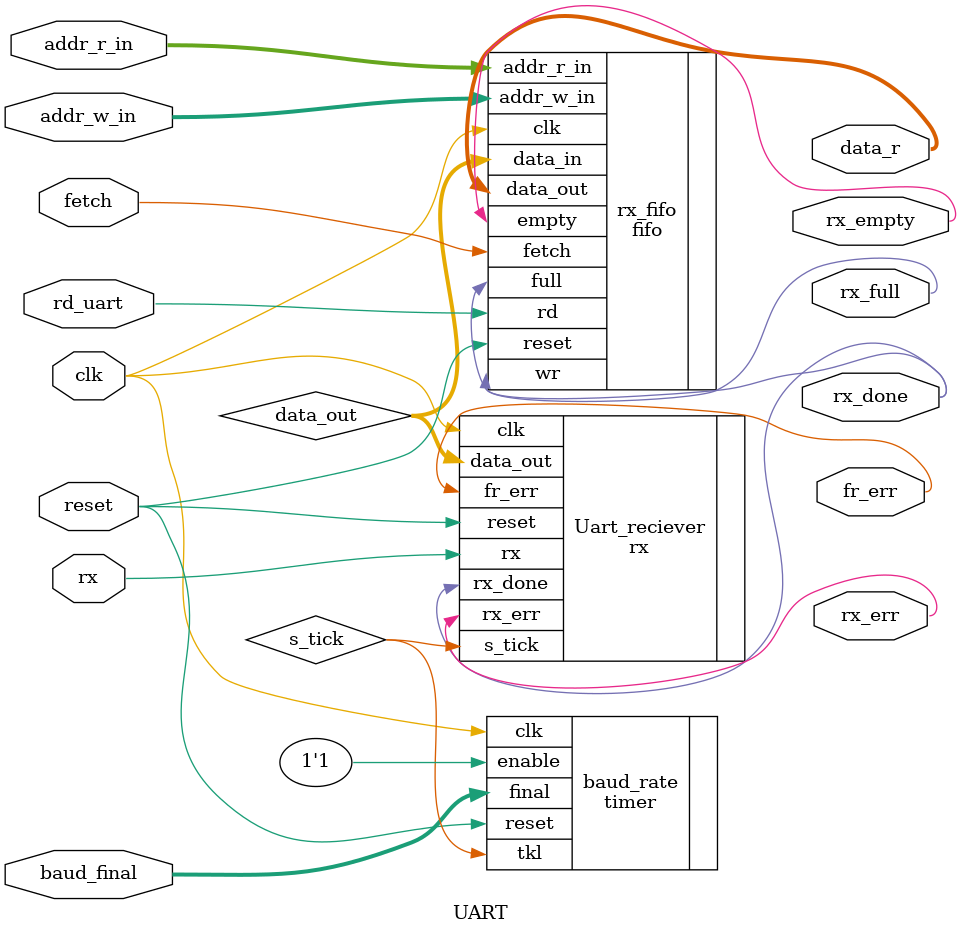
<source format=v>
`timescale 1ns / 1ps

/*The UART module is a UART (Universal Asynchronous Receiver/Transmitter) 
that receives serial data, stores it in a FIFO, and outputs the received data on demand.

 The module has the following inputs and outputs:

Inputs:

clk: The clock signal.
reset: The reset signal that clears the state of the UART.
rx: The serial input signal.
rd_uart: The read signal for the UART FIFO.
baud_final: The baud rate clock divider value.
fetch: The fetch signal for the FIFO. 
it forces the data to be written on a specific addr_w 
addr_r_in: The read address for the FIFO.
addr_w_in: The write address for the FIFO. 
the forced address which the data is fetched 
Outputs:

data_r: The received data from the UART FIFO.
rx_empty: A flag that indicates whether the UART FIFO is empty.
rx_full: A flag that indicates whether the UART FIFO is full.
rx_err: A flag that indicates whether a parity error has occurred in the UART receiver.
rx_done: A flag that indicates when the UART has finished receiving data.
fr_err: A flag that indicates whether a framing error has occurred in the UART receiver.
The module uses two sub-modules:

rx: A receiver module that receives serial data and detects errors.
fifo: A FIFO module that stores received data from the UART receiver.
The receiver module outputs the received data in data_out and sets the rx_done, rx_err, and fr_err flags as appropriate. 
The FIFO module stores the received data in data_out when the wr signal is set, and outputs the data stored at the read address addr_r_in on the data_r output.

The module also uses a timer module to generate the baud rate clock signal based on the baud_final input.*/
//////////////////////////////////////////////////////////////////////////////////


module UART#(parameter D_bits=9 ,
    parameter B_bits=10,
    parameter sb_tick =16
)( input clk,
             input reset,
             //reciever ports 
              input rx,
              input rd_uart,
             output [D_bits-2:0] data_r,
             output rx_empty,
             output rx_full,
             output rx_err,//error detection
             output rx_done,
             output fr_err ,
             // baud 
              input [B_bits-1:0] baud_final,
              //vga isignals
              input fetch,
              input [11:0] addr_r_in,
              input [11:0] addr_w_in

    );
     wire parity_bit;
    wire s_tick;
     wire tx_done;
     wire [D_bits-2:0] data_in, data_out ;  



    
    // the reciever fsm
    rx#(.D_bits(D_bits),.sb_tick (sb_tick) ) Uart_reciever 
    (.clk(clk) , 
     .reset(reset),
     .rx(rx),
     .s_tick(s_tick),
     .data_out(data_out),
     .rx_done(rx_done),
     .rx_err(rx_err),
     .fr_err(fr_err)
             );
        
      fifo#(
                   .addr_size(12),
                   .word_width(8)
               ) rx_fifo (
                   .clk(clk),
                   .reset(reset),
                   .rd(rd_uart),
                   .fetch(fetch),
                   .wr(rx_done),
                   .data_in(data_out),
                   .addr_r_in(addr_r_in),
                   .addr_w_in(addr_w_in),
                   .data_out(data_r),
                   .full(rx_full),
                   .empty(rx_empty)
               );
 
    
    
timer #( .bits(B_bits) ) baud_rate (
   .clk(clk) ,
 . enable(1'b1),
     .reset(reset),
   .final(baud_final),
     .tkl (s_tick)
    
    ); 
    
    
    
endmodule

</source>
